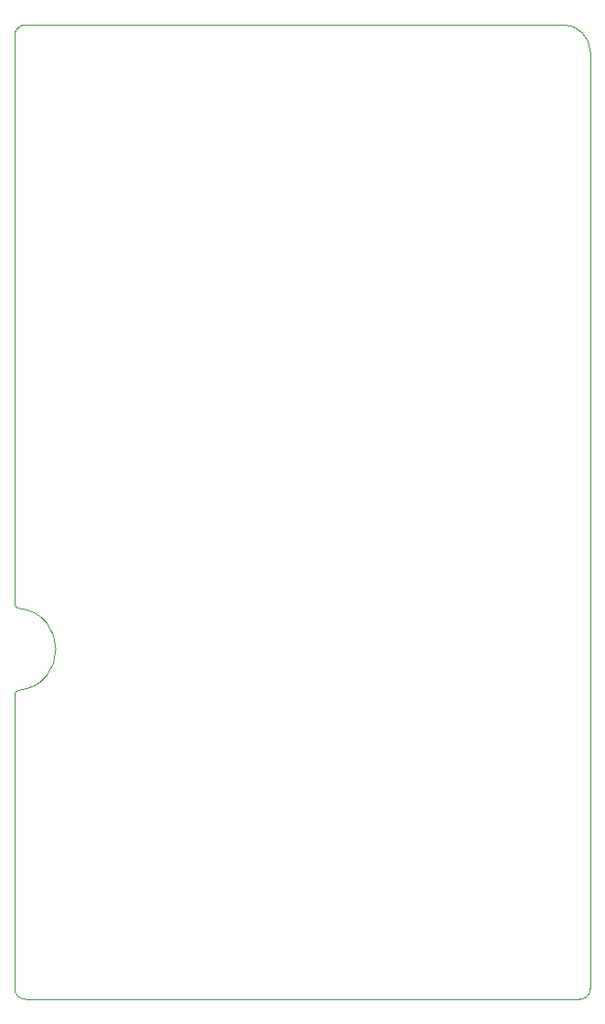
<source format=gbr>
G04 #@! TF.GenerationSoftware,KiCad,Pcbnew,5.1.3-ffb9f22~84~ubuntu18.10.1*
G04 #@! TF.CreationDate,2019-09-01T17:36:10+10:00*
G04 #@! TF.ProjectId,openpod-1,6f70656e-706f-4642-9d31-2e6b69636164,1.0*
G04 #@! TF.SameCoordinates,Original*
G04 #@! TF.FileFunction,Profile,NP*
%FSLAX46Y46*%
G04 Gerber Fmt 4.6, Leading zero omitted, Abs format (unit mm)*
G04 Created by KiCad (PCBNEW 5.1.3-ffb9f22~84~ubuntu18.10.1) date 2019-09-01 17:36:10*
%MOMM*%
%LPD*%
G04 APERTURE LIST*
%ADD10C,0.050000*%
G04 APERTURE END LIST*
D10*
X76606400Y-92100400D02*
G75*
G02X76200000Y-91694000I0J406400D01*
G01*
X76606400Y-99669600D02*
G75*
G03X76200000Y-100076000I0J-406400D01*
G01*
X76200000Y-39116000D02*
G75*
G02X77216000Y-38100000I1016000J0D01*
G01*
X77216000Y-128270000D02*
G75*
G02X76200000Y-127254000I0J1016000D01*
G01*
X129540000Y-127254000D02*
G75*
G02X128524000Y-128270000I-1016000J0D01*
G01*
X127000000Y-38100000D02*
G75*
G02X129540000Y-40640000I0J-2540000D01*
G01*
X76200000Y-100076000D02*
X76200000Y-127254000D01*
X76606400Y-92100400D02*
G75*
G02X76606400Y-99669600I-406400J-3784600D01*
G01*
X127000000Y-38100000D02*
X77216000Y-38100000D01*
X129540000Y-127254000D02*
X129540000Y-40640000D01*
X77216000Y-128270000D02*
X128524000Y-128270000D01*
X76200000Y-39116000D02*
X76200000Y-91694000D01*
M02*

</source>
